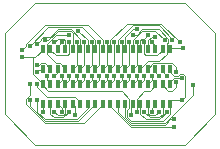
<source format=gtl>
G75*
%MOIN*%
%OFA0B0*%
%FSLAX25Y25*%
%IPPOS*%
%LPD*%
%AMOC8*
5,1,8,0,0,1.08239X$1,22.5*
%
%ADD10C,0.00000*%
%ADD11R,0.01200X0.03000*%
%ADD12C,0.00200*%
%ADD13C,0.01600*%
D10*
X0015800Y0002300D02*
X0005800Y0012800D01*
X0005800Y0039800D01*
X0015800Y0049800D01*
X0065800Y0049800D01*
X0075800Y0039800D01*
X0075800Y0012800D01*
X0065800Y0002300D01*
X0015800Y0002300D01*
D11*
X0018300Y0016200D03*
X0020800Y0016200D03*
X0023300Y0016200D03*
X0025800Y0016200D03*
X0028300Y0016200D03*
X0030800Y0016200D03*
X0033300Y0016200D03*
X0035800Y0016200D03*
X0038300Y0016200D03*
X0040800Y0016200D03*
X0043300Y0016200D03*
X0045800Y0016200D03*
X0048300Y0016200D03*
X0050800Y0016200D03*
X0053300Y0016200D03*
X0055800Y0016200D03*
X0058300Y0016200D03*
X0060800Y0016200D03*
X0060800Y0022700D03*
X0058300Y0022700D03*
X0055800Y0022700D03*
X0053300Y0022700D03*
X0050800Y0022700D03*
X0048300Y0022700D03*
X0045800Y0022700D03*
X0043300Y0022700D03*
X0040800Y0022700D03*
X0038300Y0022700D03*
X0035800Y0022700D03*
X0033300Y0022700D03*
X0030800Y0022700D03*
X0028300Y0022700D03*
X0025800Y0022700D03*
X0023300Y0022700D03*
X0020800Y0022700D03*
X0018300Y0022700D03*
X0018300Y0027800D03*
X0020800Y0027800D03*
X0023300Y0027800D03*
X0025800Y0027800D03*
X0028300Y0027800D03*
X0030800Y0027800D03*
X0033300Y0027800D03*
X0035800Y0027800D03*
X0038300Y0027800D03*
X0040800Y0027800D03*
X0043300Y0027800D03*
X0045800Y0027800D03*
X0048300Y0027800D03*
X0050800Y0027800D03*
X0053300Y0027800D03*
X0055800Y0027800D03*
X0058300Y0027800D03*
X0060800Y0027800D03*
X0060800Y0034300D03*
X0058300Y0034300D03*
X0055800Y0034300D03*
X0053300Y0034300D03*
X0050800Y0034300D03*
X0048300Y0034300D03*
X0045800Y0034300D03*
X0043300Y0034300D03*
X0040800Y0034300D03*
X0038300Y0034300D03*
X0035800Y0034300D03*
X0033300Y0034300D03*
X0030800Y0034300D03*
X0028300Y0034300D03*
X0025800Y0034300D03*
X0023300Y0034300D03*
X0020800Y0034300D03*
X0018300Y0034300D03*
D12*
X0018300Y0034175D01*
X0015800Y0031675D01*
X0015175Y0031675D01*
X0015175Y0026050D01*
X0018300Y0022925D01*
X0018300Y0022700D01*
X0018300Y0022300D01*
X0020175Y0020425D01*
X0044550Y0020425D01*
X0047050Y0017925D01*
X0047050Y0014800D01*
X0046425Y0014175D01*
X0046425Y0011675D01*
X0047675Y0010425D01*
X0058300Y0010425D01*
X0060800Y0012925D01*
X0060800Y0016200D01*
X0060800Y0016675D01*
X0061425Y0017300D01*
X0064550Y0017300D01*
X0065800Y0018550D01*
X0065800Y0025425D01*
X0065175Y0026050D01*
X0063925Y0026050D01*
X0063300Y0025425D01*
X0062050Y0025425D01*
X0060800Y0026675D01*
X0060800Y0027800D01*
X0062675Y0028550D02*
X0062675Y0026675D01*
X0062050Y0024800D02*
X0064550Y0024800D01*
X0062675Y0023550D02*
X0062675Y0021675D01*
X0061425Y0020425D01*
X0060175Y0020425D01*
X0058300Y0022300D01*
X0058300Y0022700D01*
X0060800Y0022700D02*
X0060800Y0023550D01*
X0062050Y0024800D01*
X0059550Y0025425D02*
X0058300Y0026675D01*
X0058300Y0027800D01*
X0055800Y0027800D02*
X0055800Y0026675D01*
X0057050Y0025425D01*
X0054550Y0025425D02*
X0054550Y0024175D01*
X0053300Y0022925D01*
X0053300Y0022700D01*
X0052050Y0024175D02*
X0050800Y0022925D01*
X0050800Y0022700D01*
X0049550Y0024175D02*
X0048300Y0022925D01*
X0048300Y0022700D01*
X0047050Y0024175D02*
X0045800Y0022925D01*
X0045800Y0022700D01*
X0044550Y0024175D02*
X0043300Y0022925D01*
X0043300Y0022700D01*
X0042050Y0024175D02*
X0040800Y0022925D01*
X0040800Y0022700D01*
X0039550Y0024175D02*
X0038300Y0022925D01*
X0038300Y0022700D01*
X0037050Y0024175D02*
X0035800Y0022925D01*
X0035800Y0022700D01*
X0034550Y0024175D02*
X0033300Y0022925D01*
X0033300Y0022700D01*
X0032050Y0024175D02*
X0030800Y0022925D01*
X0030800Y0022700D01*
X0029550Y0024175D02*
X0028300Y0022925D01*
X0028300Y0022700D01*
X0027050Y0024175D02*
X0025800Y0022925D01*
X0025800Y0022700D01*
X0024550Y0024175D02*
X0023300Y0022925D01*
X0023300Y0022700D01*
X0024550Y0024175D02*
X0024550Y0025425D01*
X0023300Y0026675D02*
X0023300Y0027800D01*
X0023300Y0026675D02*
X0022050Y0025425D01*
X0019550Y0025425D02*
X0019550Y0024175D01*
X0020800Y0022925D01*
X0020800Y0022700D01*
X0019550Y0018550D02*
X0016425Y0021675D01*
X0016425Y0022925D01*
X0013925Y0022925D02*
X0013925Y0019175D01*
X0012675Y0017925D01*
X0012675Y0016050D01*
X0018925Y0009800D01*
X0032050Y0009800D01*
X0038300Y0016050D01*
X0038300Y0016200D01*
X0040800Y0016200D02*
X0040800Y0015425D01*
X0047675Y0008550D01*
X0062050Y0008550D01*
X0060800Y0011050D02*
X0058925Y0009175D01*
X0047675Y0009175D01*
X0043300Y0013550D01*
X0043300Y0016200D01*
X0045800Y0016200D02*
X0045800Y0011675D01*
X0047675Y0009800D01*
X0058925Y0009800D01*
X0068300Y0019175D01*
X0068300Y0022300D01*
X0062675Y0028550D02*
X0061425Y0029800D01*
X0055175Y0029800D01*
X0053300Y0027925D01*
X0053300Y0027800D01*
X0050800Y0027800D02*
X0050800Y0027925D01*
X0053300Y0030425D01*
X0057050Y0030425D01*
X0059550Y0032925D01*
X0059550Y0036050D01*
X0060175Y0036675D01*
X0060175Y0037925D01*
X0057050Y0041050D01*
X0051425Y0041050D01*
X0049550Y0039175D01*
X0048300Y0039175D01*
X0048300Y0041050D02*
X0045800Y0038550D01*
X0045800Y0034300D01*
X0048300Y0034300D02*
X0048300Y0037300D01*
X0051425Y0040425D01*
X0055800Y0040425D01*
X0058925Y0037300D01*
X0061425Y0037300D02*
X0061425Y0037925D01*
X0057050Y0042300D01*
X0048300Y0042300D01*
X0043300Y0037300D01*
X0043300Y0034300D01*
X0040800Y0034300D02*
X0040800Y0037300D01*
X0046425Y0042925D01*
X0057675Y0042925D01*
X0063925Y0036675D01*
X0065175Y0034800D02*
X0060800Y0034800D01*
X0060800Y0034300D01*
X0058300Y0034300D02*
X0058300Y0034175D01*
X0056425Y0032300D01*
X0052675Y0032300D01*
X0052050Y0032925D01*
X0052050Y0036675D01*
X0053300Y0037300D02*
X0053300Y0034300D01*
X0050800Y0034300D02*
X0050800Y0037300D01*
X0051425Y0037925D01*
X0052050Y0037925D01*
X0053300Y0039175D01*
X0054550Y0038550D02*
X0053300Y0037300D01*
X0054550Y0036675D02*
X0055800Y0035425D01*
X0055800Y0034300D01*
X0055800Y0038550D02*
X0054550Y0038550D01*
X0049550Y0036675D02*
X0049550Y0029175D01*
X0048300Y0027925D01*
X0048300Y0027800D01*
X0047050Y0029175D02*
X0045800Y0027925D01*
X0045800Y0027800D01*
X0044550Y0029175D02*
X0043300Y0027925D01*
X0043300Y0027800D01*
X0042050Y0029175D02*
X0040800Y0027925D01*
X0040800Y0027800D01*
X0039550Y0029175D02*
X0038300Y0027925D01*
X0038300Y0027800D01*
X0037050Y0029175D02*
X0035800Y0027925D01*
X0035800Y0027800D01*
X0034550Y0029175D02*
X0033300Y0027925D01*
X0033300Y0027800D01*
X0032050Y0029175D02*
X0030800Y0027925D01*
X0030800Y0027800D01*
X0029550Y0029175D02*
X0028300Y0027925D01*
X0028300Y0027800D01*
X0029550Y0029175D02*
X0029550Y0036675D01*
X0030800Y0037925D02*
X0030800Y0034300D01*
X0028300Y0034300D02*
X0028300Y0039800D01*
X0027675Y0040425D01*
X0023300Y0040425D01*
X0020175Y0037300D01*
X0018925Y0037300D01*
X0017675Y0037300D02*
X0017675Y0037925D01*
X0018300Y0038550D01*
X0020800Y0038550D01*
X0023300Y0041050D01*
X0027675Y0041050D01*
X0030800Y0037925D01*
X0032050Y0036675D02*
X0032050Y0029175D01*
X0034550Y0029175D02*
X0034550Y0036675D01*
X0033300Y0037300D02*
X0033300Y0034300D01*
X0035800Y0034300D02*
X0035800Y0037300D01*
X0031425Y0041675D01*
X0020175Y0041675D01*
X0013925Y0035425D01*
X0012675Y0035425D02*
X0012675Y0036050D01*
X0018925Y0042300D01*
X0033300Y0042300D01*
X0038300Y0037300D01*
X0038300Y0034300D01*
X0037050Y0036675D02*
X0037050Y0029175D01*
X0039550Y0029175D02*
X0039550Y0036675D01*
X0042050Y0036675D02*
X0042050Y0029175D01*
X0044550Y0029175D02*
X0044550Y0036675D01*
X0047050Y0036675D02*
X0047050Y0029175D01*
X0047050Y0025425D02*
X0047050Y0024175D01*
X0044550Y0024175D02*
X0044550Y0025425D01*
X0042050Y0025425D02*
X0042050Y0024175D01*
X0039550Y0024175D02*
X0039550Y0025425D01*
X0037050Y0025425D02*
X0037050Y0024175D01*
X0034550Y0024175D02*
X0034550Y0025425D01*
X0032050Y0025425D02*
X0032050Y0024175D01*
X0029550Y0024175D02*
X0029550Y0025425D01*
X0027050Y0025425D02*
X0027050Y0024175D01*
X0025800Y0027800D02*
X0025800Y0027925D01*
X0023925Y0029800D01*
X0022675Y0029800D01*
X0019550Y0032925D01*
X0019550Y0036050D01*
X0022675Y0039175D01*
X0027050Y0039175D01*
X0025800Y0037300D02*
X0025175Y0037925D01*
X0023300Y0037925D01*
X0022050Y0036675D01*
X0023300Y0035425D02*
X0023300Y0034300D01*
X0023300Y0035425D02*
X0024550Y0036675D01*
X0025800Y0037300D02*
X0025800Y0034300D01*
X0027050Y0032925D02*
X0026425Y0032300D01*
X0022675Y0032300D01*
X0020800Y0034175D01*
X0020800Y0034300D01*
X0017675Y0037300D02*
X0016425Y0036050D01*
X0012675Y0035425D02*
X0011425Y0034175D01*
X0011425Y0031675D02*
X0015175Y0031675D01*
X0017675Y0029800D02*
X0018925Y0029800D01*
X0020800Y0027925D01*
X0020800Y0027800D01*
X0018300Y0027800D02*
X0018300Y0027300D01*
X0017050Y0027300D01*
X0016425Y0026675D01*
X0016425Y0029175D02*
X0017050Y0029175D01*
X0017675Y0029800D01*
X0027050Y0032925D02*
X0027050Y0036675D01*
X0030175Y0040425D02*
X0033300Y0037300D01*
X0048300Y0041050D02*
X0049550Y0041050D01*
X0049550Y0025425D02*
X0049550Y0024175D01*
X0052050Y0024175D02*
X0052050Y0025425D01*
X0055800Y0022700D02*
X0055800Y0022300D01*
X0053925Y0020425D01*
X0052050Y0020425D01*
X0049550Y0017925D01*
X0049550Y0013550D01*
X0050800Y0012925D02*
X0050800Y0016200D01*
X0048300Y0016200D02*
X0048300Y0016050D01*
X0047675Y0015425D01*
X0047675Y0012300D01*
X0050800Y0012925D02*
X0052675Y0011050D01*
X0057050Y0011050D01*
X0059550Y0013550D01*
X0058300Y0012925D02*
X0058300Y0016200D01*
X0055800Y0016200D02*
X0055800Y0016050D01*
X0054550Y0014800D01*
X0054550Y0013550D01*
X0053300Y0012925D02*
X0053925Y0012300D01*
X0055800Y0012300D01*
X0057050Y0013550D01*
X0058300Y0012925D02*
X0057050Y0011675D01*
X0053925Y0011675D01*
X0052050Y0013550D01*
X0053300Y0012925D02*
X0053300Y0016200D01*
X0060800Y0011050D02*
X0062050Y0011050D01*
X0035800Y0016050D02*
X0035800Y0016200D01*
X0035800Y0016050D02*
X0030175Y0010425D01*
X0018925Y0010425D01*
X0013925Y0015425D01*
X0013925Y0017300D01*
X0016425Y0017300D02*
X0016425Y0013550D01*
X0018925Y0011050D01*
X0029550Y0011050D01*
X0033300Y0014800D01*
X0033300Y0016200D01*
X0030800Y0016200D02*
X0030800Y0016675D01*
X0028925Y0018550D01*
X0019550Y0018550D01*
X0018300Y0016200D02*
X0018300Y0013550D01*
X0020800Y0012925D02*
X0020800Y0016200D01*
X0023300Y0016200D02*
X0023300Y0016050D01*
X0024550Y0014800D01*
X0024550Y0013550D01*
X0025175Y0012300D02*
X0023300Y0012300D01*
X0022050Y0013550D01*
X0020800Y0012925D02*
X0022050Y0011675D01*
X0025175Y0011675D01*
X0027050Y0013550D01*
X0025800Y0012925D02*
X0025800Y0016200D01*
X0028300Y0016200D02*
X0028300Y0016050D01*
X0028925Y0015425D01*
X0028925Y0012300D01*
X0025800Y0012925D02*
X0025175Y0012300D01*
D13*
X0024550Y0013550D03*
X0022050Y0013550D03*
X0018300Y0013550D03*
X0016425Y0017300D03*
X0013925Y0017300D03*
X0013925Y0022925D03*
X0016425Y0022925D03*
X0019550Y0025425D03*
X0022050Y0025425D03*
X0024550Y0025425D03*
X0027050Y0025425D03*
X0029550Y0025425D03*
X0032050Y0025425D03*
X0034550Y0025425D03*
X0037050Y0025425D03*
X0039550Y0025425D03*
X0042050Y0025425D03*
X0044550Y0025425D03*
X0047050Y0025425D03*
X0049550Y0025425D03*
X0052050Y0025425D03*
X0054550Y0025425D03*
X0057050Y0025425D03*
X0059550Y0025425D03*
X0062675Y0026675D03*
X0064550Y0024800D03*
X0062675Y0023550D03*
X0068300Y0022300D03*
X0064550Y0017300D03*
X0059550Y0013550D03*
X0057050Y0013550D03*
X0054550Y0013550D03*
X0052050Y0013550D03*
X0049550Y0013550D03*
X0047675Y0012300D03*
X0062050Y0011050D03*
X0062050Y0008550D03*
X0028925Y0012300D03*
X0027050Y0013550D03*
X0016425Y0026675D03*
X0016425Y0029175D03*
X0011425Y0031675D03*
X0011425Y0034175D03*
X0013925Y0035425D03*
X0016425Y0036050D03*
X0018925Y0037300D03*
X0022050Y0036675D03*
X0024550Y0036675D03*
X0027050Y0036675D03*
X0029550Y0036675D03*
X0032050Y0036675D03*
X0034550Y0036675D03*
X0037050Y0036675D03*
X0039550Y0036675D03*
X0042050Y0036675D03*
X0044550Y0036675D03*
X0047050Y0036675D03*
X0049550Y0036675D03*
X0052050Y0036675D03*
X0054550Y0036675D03*
X0055800Y0038550D03*
X0053300Y0039175D03*
X0049550Y0041050D03*
X0048300Y0039175D03*
X0058925Y0037300D03*
X0061425Y0037300D03*
X0063925Y0036675D03*
X0065175Y0034800D03*
X0030175Y0040425D03*
X0027050Y0039175D03*
M02*

</source>
